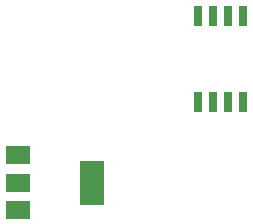
<source format=gbr>
%TF.GenerationSoftware,KiCad,Pcbnew,(5.1.9-0-10_14)*%
%TF.CreationDate,2021-08-17T09:45:53+08:00*%
%TF.ProjectId,arduino_oled_sonic,61726475-696e-46f5-9f6f-6c65645f736f,rev?*%
%TF.SameCoordinates,Original*%
%TF.FileFunction,Paste,Top*%
%TF.FilePolarity,Positive*%
%FSLAX46Y46*%
G04 Gerber Fmt 4.6, Leading zero omitted, Abs format (unit mm)*
G04 Created by KiCad (PCBNEW (5.1.9-0-10_14)) date 2021-08-17 09:45:53*
%MOMM*%
%LPD*%
G01*
G04 APERTURE LIST*
%ADD10R,0.650000X1.700000*%
%ADD11R,2.000000X1.500000*%
%ADD12R,2.000000X3.800000*%
G04 APERTURE END LIST*
D10*
%TO.C,U3*%
X151903000Y-102015000D03*
X150633000Y-102015000D03*
X149363000Y-102015000D03*
X148093000Y-102015000D03*
X148093000Y-94715000D03*
X149363000Y-94715000D03*
X150633000Y-94715000D03*
X151903000Y-94715000D03*
%TD*%
D11*
%TO.C,U2*%
X132848000Y-106565000D03*
X132848000Y-111165000D03*
X132848000Y-108865000D03*
D12*
X139148000Y-108865000D03*
%TD*%
M02*

</source>
